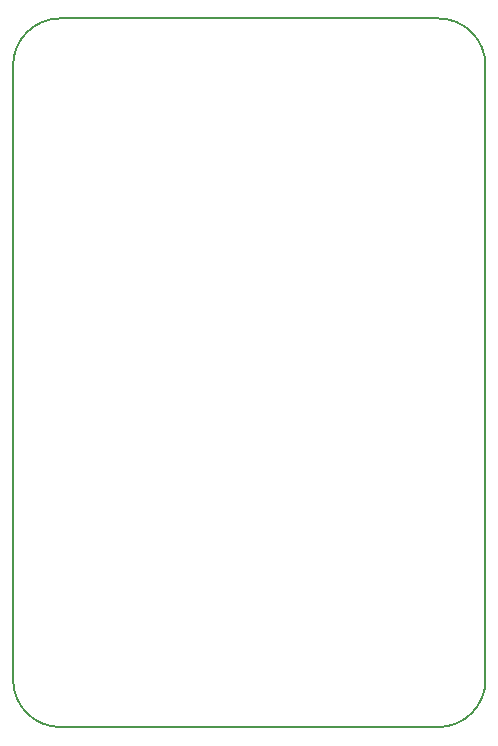
<source format=gbr>
%TF.GenerationSoftware,KiCad,Pcbnew,9.0.2-9.0.2-0~ubuntu24.04.1*%
%TF.CreationDate,2025-05-26T18:39:00-04:00*%
%TF.ProjectId,clicker,636c6963-6b65-4722-9e6b-696361645f70,rev?*%
%TF.SameCoordinates,Original*%
%TF.FileFunction,Profile,NP*%
%FSLAX46Y46*%
G04 Gerber Fmt 4.6, Leading zero omitted, Abs format (unit mm)*
G04 Created by KiCad (PCBNEW 9.0.2-9.0.2-0~ubuntu24.04.1) date 2025-05-26 18:39:00*
%MOMM*%
%LPD*%
G01*
G04 APERTURE LIST*
%TA.AperFunction,Profile*%
%ADD10C,0.200000*%
%TD*%
G04 APERTURE END LIST*
D10*
X168000000Y-127500000D02*
X168000000Y-75500000D01*
X128000000Y-127500000D02*
X128000000Y-75500000D01*
X132000000Y-71500000D02*
X164000000Y-71500000D01*
X128000000Y-75500000D02*
G75*
G02*
X132000000Y-71500000I4000000J0D01*
G01*
X132000000Y-131500000D02*
G75*
G02*
X128000000Y-127500000I0J4000000D01*
G01*
X164000000Y-131500000D02*
X132000000Y-131500000D01*
X168000000Y-127500000D02*
G75*
G02*
X164000000Y-131500000I-4000000J0D01*
G01*
X164000000Y-71500000D02*
G75*
G02*
X168000000Y-75500000I0J-4000000D01*
G01*
M02*

</source>
